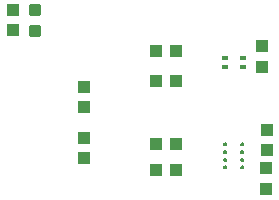
<source format=gbr>
G04 EAGLE Gerber RS-274X export*
G75*
%MOMM*%
%FSLAX34Y34*%
%LPD*%
%INSolderpaste Top*%
%IPPOS*%
%AMOC8*
5,1,8,0,0,1.08239X$1,22.5*%
G01*
%ADD10R,1.080000X1.050000*%
%ADD11R,1.100000X1.000000*%
%ADD12R,1.000000X1.100000*%
%ADD13R,0.600000X0.450000*%
%ADD14C,0.175000*%
%ADD15C,0.300000*%


D10*
X266064Y64720D03*
X266064Y82220D03*
X262492Y135382D03*
X262492Y152882D03*
X266046Y49388D03*
X266046Y31888D03*
D11*
X111268Y75430D03*
X111268Y58430D03*
X111214Y101094D03*
X111214Y118094D03*
D12*
X189094Y48206D03*
X172094Y48206D03*
X189094Y69648D03*
X172094Y69648D03*
X172094Y149084D03*
X189094Y149084D03*
X172094Y123084D03*
X189094Y123084D03*
D13*
X230846Y143238D03*
X245846Y143238D03*
X230846Y135238D03*
X245846Y135238D03*
D14*
X244721Y50288D02*
X244723Y50347D01*
X244729Y50406D01*
X244739Y50464D01*
X244753Y50522D01*
X244770Y50578D01*
X244792Y50633D01*
X244817Y50687D01*
X244846Y50738D01*
X244878Y50788D01*
X244913Y50835D01*
X244952Y50880D01*
X244993Y50922D01*
X245037Y50961D01*
X245084Y50998D01*
X245133Y51031D01*
X245184Y51060D01*
X245237Y51086D01*
X245292Y51109D01*
X245348Y51127D01*
X245405Y51142D01*
X245464Y51153D01*
X245522Y51160D01*
X245581Y51163D01*
X245640Y51162D01*
X245699Y51157D01*
X245758Y51148D01*
X245815Y51135D01*
X245872Y51118D01*
X245927Y51098D01*
X245981Y51074D01*
X246033Y51046D01*
X246084Y51015D01*
X246132Y50980D01*
X246177Y50942D01*
X246220Y50901D01*
X246260Y50858D01*
X246297Y50812D01*
X246331Y50763D01*
X246361Y50713D01*
X246388Y50660D01*
X246411Y50606D01*
X246431Y50550D01*
X246447Y50493D01*
X246459Y50435D01*
X246467Y50377D01*
X246471Y50318D01*
X246471Y50258D01*
X246467Y50199D01*
X246459Y50141D01*
X246447Y50083D01*
X246431Y50026D01*
X246411Y49970D01*
X246388Y49916D01*
X246361Y49863D01*
X246331Y49813D01*
X246297Y49764D01*
X246260Y49718D01*
X246220Y49675D01*
X246177Y49634D01*
X246132Y49596D01*
X246084Y49561D01*
X246034Y49530D01*
X245981Y49502D01*
X245927Y49478D01*
X245872Y49458D01*
X245815Y49441D01*
X245758Y49428D01*
X245699Y49419D01*
X245640Y49414D01*
X245581Y49413D01*
X245522Y49416D01*
X245464Y49423D01*
X245405Y49434D01*
X245348Y49449D01*
X245292Y49467D01*
X245237Y49490D01*
X245184Y49516D01*
X245133Y49545D01*
X245084Y49578D01*
X245037Y49615D01*
X244993Y49654D01*
X244952Y49696D01*
X244913Y49741D01*
X244878Y49788D01*
X244846Y49838D01*
X244817Y49889D01*
X244792Y49943D01*
X244770Y49998D01*
X244753Y50054D01*
X244739Y50112D01*
X244729Y50170D01*
X244723Y50229D01*
X244721Y50288D01*
X244721Y56788D02*
X244723Y56847D01*
X244729Y56906D01*
X244739Y56964D01*
X244753Y57022D01*
X244770Y57078D01*
X244792Y57133D01*
X244817Y57187D01*
X244846Y57238D01*
X244878Y57288D01*
X244913Y57335D01*
X244952Y57380D01*
X244993Y57422D01*
X245037Y57461D01*
X245084Y57498D01*
X245133Y57531D01*
X245184Y57560D01*
X245237Y57586D01*
X245292Y57609D01*
X245348Y57627D01*
X245405Y57642D01*
X245464Y57653D01*
X245522Y57660D01*
X245581Y57663D01*
X245640Y57662D01*
X245699Y57657D01*
X245758Y57648D01*
X245815Y57635D01*
X245872Y57618D01*
X245927Y57598D01*
X245981Y57574D01*
X246033Y57546D01*
X246084Y57515D01*
X246132Y57480D01*
X246177Y57442D01*
X246220Y57401D01*
X246260Y57358D01*
X246297Y57312D01*
X246331Y57263D01*
X246361Y57213D01*
X246388Y57160D01*
X246411Y57106D01*
X246431Y57050D01*
X246447Y56993D01*
X246459Y56935D01*
X246467Y56877D01*
X246471Y56818D01*
X246471Y56758D01*
X246467Y56699D01*
X246459Y56641D01*
X246447Y56583D01*
X246431Y56526D01*
X246411Y56470D01*
X246388Y56416D01*
X246361Y56363D01*
X246331Y56313D01*
X246297Y56264D01*
X246260Y56218D01*
X246220Y56175D01*
X246177Y56134D01*
X246132Y56096D01*
X246084Y56061D01*
X246034Y56030D01*
X245981Y56002D01*
X245927Y55978D01*
X245872Y55958D01*
X245815Y55941D01*
X245758Y55928D01*
X245699Y55919D01*
X245640Y55914D01*
X245581Y55913D01*
X245522Y55916D01*
X245464Y55923D01*
X245405Y55934D01*
X245348Y55949D01*
X245292Y55967D01*
X245237Y55990D01*
X245184Y56016D01*
X245133Y56045D01*
X245084Y56078D01*
X245037Y56115D01*
X244993Y56154D01*
X244952Y56196D01*
X244913Y56241D01*
X244878Y56288D01*
X244846Y56338D01*
X244817Y56389D01*
X244792Y56443D01*
X244770Y56498D01*
X244753Y56554D01*
X244739Y56612D01*
X244729Y56670D01*
X244723Y56729D01*
X244721Y56788D01*
X230221Y50288D02*
X230223Y50347D01*
X230229Y50406D01*
X230239Y50464D01*
X230253Y50522D01*
X230270Y50578D01*
X230292Y50633D01*
X230317Y50687D01*
X230346Y50738D01*
X230378Y50788D01*
X230413Y50835D01*
X230452Y50880D01*
X230493Y50922D01*
X230537Y50961D01*
X230584Y50998D01*
X230633Y51031D01*
X230684Y51060D01*
X230737Y51086D01*
X230792Y51109D01*
X230848Y51127D01*
X230905Y51142D01*
X230964Y51153D01*
X231022Y51160D01*
X231081Y51163D01*
X231140Y51162D01*
X231199Y51157D01*
X231258Y51148D01*
X231315Y51135D01*
X231372Y51118D01*
X231427Y51098D01*
X231481Y51074D01*
X231533Y51046D01*
X231584Y51015D01*
X231632Y50980D01*
X231677Y50942D01*
X231720Y50901D01*
X231760Y50858D01*
X231797Y50812D01*
X231831Y50763D01*
X231861Y50713D01*
X231888Y50660D01*
X231911Y50606D01*
X231931Y50550D01*
X231947Y50493D01*
X231959Y50435D01*
X231967Y50377D01*
X231971Y50318D01*
X231971Y50258D01*
X231967Y50199D01*
X231959Y50141D01*
X231947Y50083D01*
X231931Y50026D01*
X231911Y49970D01*
X231888Y49916D01*
X231861Y49863D01*
X231831Y49813D01*
X231797Y49764D01*
X231760Y49718D01*
X231720Y49675D01*
X231677Y49634D01*
X231632Y49596D01*
X231584Y49561D01*
X231534Y49530D01*
X231481Y49502D01*
X231427Y49478D01*
X231372Y49458D01*
X231315Y49441D01*
X231258Y49428D01*
X231199Y49419D01*
X231140Y49414D01*
X231081Y49413D01*
X231022Y49416D01*
X230964Y49423D01*
X230905Y49434D01*
X230848Y49449D01*
X230792Y49467D01*
X230737Y49490D01*
X230684Y49516D01*
X230633Y49545D01*
X230584Y49578D01*
X230537Y49615D01*
X230493Y49654D01*
X230452Y49696D01*
X230413Y49741D01*
X230378Y49788D01*
X230346Y49838D01*
X230317Y49889D01*
X230292Y49943D01*
X230270Y49998D01*
X230253Y50054D01*
X230239Y50112D01*
X230229Y50170D01*
X230223Y50229D01*
X230221Y50288D01*
X244721Y63288D02*
X244723Y63347D01*
X244729Y63406D01*
X244739Y63464D01*
X244753Y63522D01*
X244770Y63578D01*
X244792Y63633D01*
X244817Y63687D01*
X244846Y63738D01*
X244878Y63788D01*
X244913Y63835D01*
X244952Y63880D01*
X244993Y63922D01*
X245037Y63961D01*
X245084Y63998D01*
X245133Y64031D01*
X245184Y64060D01*
X245237Y64086D01*
X245292Y64109D01*
X245348Y64127D01*
X245405Y64142D01*
X245464Y64153D01*
X245522Y64160D01*
X245581Y64163D01*
X245640Y64162D01*
X245699Y64157D01*
X245758Y64148D01*
X245815Y64135D01*
X245872Y64118D01*
X245927Y64098D01*
X245981Y64074D01*
X246033Y64046D01*
X246084Y64015D01*
X246132Y63980D01*
X246177Y63942D01*
X246220Y63901D01*
X246260Y63858D01*
X246297Y63812D01*
X246331Y63763D01*
X246361Y63713D01*
X246388Y63660D01*
X246411Y63606D01*
X246431Y63550D01*
X246447Y63493D01*
X246459Y63435D01*
X246467Y63377D01*
X246471Y63318D01*
X246471Y63258D01*
X246467Y63199D01*
X246459Y63141D01*
X246447Y63083D01*
X246431Y63026D01*
X246411Y62970D01*
X246388Y62916D01*
X246361Y62863D01*
X246331Y62813D01*
X246297Y62764D01*
X246260Y62718D01*
X246220Y62675D01*
X246177Y62634D01*
X246132Y62596D01*
X246084Y62561D01*
X246034Y62530D01*
X245981Y62502D01*
X245927Y62478D01*
X245872Y62458D01*
X245815Y62441D01*
X245758Y62428D01*
X245699Y62419D01*
X245640Y62414D01*
X245581Y62413D01*
X245522Y62416D01*
X245464Y62423D01*
X245405Y62434D01*
X245348Y62449D01*
X245292Y62467D01*
X245237Y62490D01*
X245184Y62516D01*
X245133Y62545D01*
X245084Y62578D01*
X245037Y62615D01*
X244993Y62654D01*
X244952Y62696D01*
X244913Y62741D01*
X244878Y62788D01*
X244846Y62838D01*
X244817Y62889D01*
X244792Y62943D01*
X244770Y62998D01*
X244753Y63054D01*
X244739Y63112D01*
X244729Y63170D01*
X244723Y63229D01*
X244721Y63288D01*
X230221Y56788D02*
X230223Y56847D01*
X230229Y56906D01*
X230239Y56964D01*
X230253Y57022D01*
X230270Y57078D01*
X230292Y57133D01*
X230317Y57187D01*
X230346Y57238D01*
X230378Y57288D01*
X230413Y57335D01*
X230452Y57380D01*
X230493Y57422D01*
X230537Y57461D01*
X230584Y57498D01*
X230633Y57531D01*
X230684Y57560D01*
X230737Y57586D01*
X230792Y57609D01*
X230848Y57627D01*
X230905Y57642D01*
X230964Y57653D01*
X231022Y57660D01*
X231081Y57663D01*
X231140Y57662D01*
X231199Y57657D01*
X231258Y57648D01*
X231315Y57635D01*
X231372Y57618D01*
X231427Y57598D01*
X231481Y57574D01*
X231533Y57546D01*
X231584Y57515D01*
X231632Y57480D01*
X231677Y57442D01*
X231720Y57401D01*
X231760Y57358D01*
X231797Y57312D01*
X231831Y57263D01*
X231861Y57213D01*
X231888Y57160D01*
X231911Y57106D01*
X231931Y57050D01*
X231947Y56993D01*
X231959Y56935D01*
X231967Y56877D01*
X231971Y56818D01*
X231971Y56758D01*
X231967Y56699D01*
X231959Y56641D01*
X231947Y56583D01*
X231931Y56526D01*
X231911Y56470D01*
X231888Y56416D01*
X231861Y56363D01*
X231831Y56313D01*
X231797Y56264D01*
X231760Y56218D01*
X231720Y56175D01*
X231677Y56134D01*
X231632Y56096D01*
X231584Y56061D01*
X231534Y56030D01*
X231481Y56002D01*
X231427Y55978D01*
X231372Y55958D01*
X231315Y55941D01*
X231258Y55928D01*
X231199Y55919D01*
X231140Y55914D01*
X231081Y55913D01*
X231022Y55916D01*
X230964Y55923D01*
X230905Y55934D01*
X230848Y55949D01*
X230792Y55967D01*
X230737Y55990D01*
X230684Y56016D01*
X230633Y56045D01*
X230584Y56078D01*
X230537Y56115D01*
X230493Y56154D01*
X230452Y56196D01*
X230413Y56241D01*
X230378Y56288D01*
X230346Y56338D01*
X230317Y56389D01*
X230292Y56443D01*
X230270Y56498D01*
X230253Y56554D01*
X230239Y56612D01*
X230229Y56670D01*
X230223Y56729D01*
X230221Y56788D01*
X244721Y69788D02*
X244723Y69847D01*
X244729Y69906D01*
X244739Y69964D01*
X244753Y70022D01*
X244770Y70078D01*
X244792Y70133D01*
X244817Y70187D01*
X244846Y70238D01*
X244878Y70288D01*
X244913Y70335D01*
X244952Y70380D01*
X244993Y70422D01*
X245037Y70461D01*
X245084Y70498D01*
X245133Y70531D01*
X245184Y70560D01*
X245237Y70586D01*
X245292Y70609D01*
X245348Y70627D01*
X245405Y70642D01*
X245464Y70653D01*
X245522Y70660D01*
X245581Y70663D01*
X245640Y70662D01*
X245699Y70657D01*
X245758Y70648D01*
X245815Y70635D01*
X245872Y70618D01*
X245927Y70598D01*
X245981Y70574D01*
X246033Y70546D01*
X246084Y70515D01*
X246132Y70480D01*
X246177Y70442D01*
X246220Y70401D01*
X246260Y70358D01*
X246297Y70312D01*
X246331Y70263D01*
X246361Y70213D01*
X246388Y70160D01*
X246411Y70106D01*
X246431Y70050D01*
X246447Y69993D01*
X246459Y69935D01*
X246467Y69877D01*
X246471Y69818D01*
X246471Y69758D01*
X246467Y69699D01*
X246459Y69641D01*
X246447Y69583D01*
X246431Y69526D01*
X246411Y69470D01*
X246388Y69416D01*
X246361Y69363D01*
X246331Y69313D01*
X246297Y69264D01*
X246260Y69218D01*
X246220Y69175D01*
X246177Y69134D01*
X246132Y69096D01*
X246084Y69061D01*
X246034Y69030D01*
X245981Y69002D01*
X245927Y68978D01*
X245872Y68958D01*
X245815Y68941D01*
X245758Y68928D01*
X245699Y68919D01*
X245640Y68914D01*
X245581Y68913D01*
X245522Y68916D01*
X245464Y68923D01*
X245405Y68934D01*
X245348Y68949D01*
X245292Y68967D01*
X245237Y68990D01*
X245184Y69016D01*
X245133Y69045D01*
X245084Y69078D01*
X245037Y69115D01*
X244993Y69154D01*
X244952Y69196D01*
X244913Y69241D01*
X244878Y69288D01*
X244846Y69338D01*
X244817Y69389D01*
X244792Y69443D01*
X244770Y69498D01*
X244753Y69554D01*
X244739Y69612D01*
X244729Y69670D01*
X244723Y69729D01*
X244721Y69788D01*
X230221Y63288D02*
X230223Y63347D01*
X230229Y63406D01*
X230239Y63464D01*
X230253Y63522D01*
X230270Y63578D01*
X230292Y63633D01*
X230317Y63687D01*
X230346Y63738D01*
X230378Y63788D01*
X230413Y63835D01*
X230452Y63880D01*
X230493Y63922D01*
X230537Y63961D01*
X230584Y63998D01*
X230633Y64031D01*
X230684Y64060D01*
X230737Y64086D01*
X230792Y64109D01*
X230848Y64127D01*
X230905Y64142D01*
X230964Y64153D01*
X231022Y64160D01*
X231081Y64163D01*
X231140Y64162D01*
X231199Y64157D01*
X231258Y64148D01*
X231315Y64135D01*
X231372Y64118D01*
X231427Y64098D01*
X231481Y64074D01*
X231533Y64046D01*
X231584Y64015D01*
X231632Y63980D01*
X231677Y63942D01*
X231720Y63901D01*
X231760Y63858D01*
X231797Y63812D01*
X231831Y63763D01*
X231861Y63713D01*
X231888Y63660D01*
X231911Y63606D01*
X231931Y63550D01*
X231947Y63493D01*
X231959Y63435D01*
X231967Y63377D01*
X231971Y63318D01*
X231971Y63258D01*
X231967Y63199D01*
X231959Y63141D01*
X231947Y63083D01*
X231931Y63026D01*
X231911Y62970D01*
X231888Y62916D01*
X231861Y62863D01*
X231831Y62813D01*
X231797Y62764D01*
X231760Y62718D01*
X231720Y62675D01*
X231677Y62634D01*
X231632Y62596D01*
X231584Y62561D01*
X231534Y62530D01*
X231481Y62502D01*
X231427Y62478D01*
X231372Y62458D01*
X231315Y62441D01*
X231258Y62428D01*
X231199Y62419D01*
X231140Y62414D01*
X231081Y62413D01*
X231022Y62416D01*
X230964Y62423D01*
X230905Y62434D01*
X230848Y62449D01*
X230792Y62467D01*
X230737Y62490D01*
X230684Y62516D01*
X230633Y62545D01*
X230584Y62578D01*
X230537Y62615D01*
X230493Y62654D01*
X230452Y62696D01*
X230413Y62741D01*
X230378Y62788D01*
X230346Y62838D01*
X230317Y62889D01*
X230292Y62943D01*
X230270Y62998D01*
X230253Y63054D01*
X230239Y63112D01*
X230229Y63170D01*
X230223Y63229D01*
X230221Y63288D01*
X230221Y69788D02*
X230223Y69847D01*
X230229Y69906D01*
X230239Y69964D01*
X230253Y70022D01*
X230270Y70078D01*
X230292Y70133D01*
X230317Y70187D01*
X230346Y70238D01*
X230378Y70288D01*
X230413Y70335D01*
X230452Y70380D01*
X230493Y70422D01*
X230537Y70461D01*
X230584Y70498D01*
X230633Y70531D01*
X230684Y70560D01*
X230737Y70586D01*
X230792Y70609D01*
X230848Y70627D01*
X230905Y70642D01*
X230964Y70653D01*
X231022Y70660D01*
X231081Y70663D01*
X231140Y70662D01*
X231199Y70657D01*
X231258Y70648D01*
X231315Y70635D01*
X231372Y70618D01*
X231427Y70598D01*
X231481Y70574D01*
X231533Y70546D01*
X231584Y70515D01*
X231632Y70480D01*
X231677Y70442D01*
X231720Y70401D01*
X231760Y70358D01*
X231797Y70312D01*
X231831Y70263D01*
X231861Y70213D01*
X231888Y70160D01*
X231911Y70106D01*
X231931Y70050D01*
X231947Y69993D01*
X231959Y69935D01*
X231967Y69877D01*
X231971Y69818D01*
X231971Y69758D01*
X231967Y69699D01*
X231959Y69641D01*
X231947Y69583D01*
X231931Y69526D01*
X231911Y69470D01*
X231888Y69416D01*
X231861Y69363D01*
X231831Y69313D01*
X231797Y69264D01*
X231760Y69218D01*
X231720Y69175D01*
X231677Y69134D01*
X231632Y69096D01*
X231584Y69061D01*
X231534Y69030D01*
X231481Y69002D01*
X231427Y68978D01*
X231372Y68958D01*
X231315Y68941D01*
X231258Y68928D01*
X231199Y68919D01*
X231140Y68914D01*
X231081Y68913D01*
X231022Y68916D01*
X230964Y68923D01*
X230905Y68934D01*
X230848Y68949D01*
X230792Y68967D01*
X230737Y68990D01*
X230684Y69016D01*
X230633Y69045D01*
X230584Y69078D01*
X230537Y69115D01*
X230493Y69154D01*
X230452Y69196D01*
X230413Y69241D01*
X230378Y69288D01*
X230346Y69338D01*
X230317Y69389D01*
X230292Y69443D01*
X230270Y69498D01*
X230253Y69554D01*
X230239Y69612D01*
X230229Y69670D01*
X230223Y69729D01*
X230221Y69788D01*
D11*
X51562Y166252D03*
X51562Y183252D03*
D15*
X66350Y169228D02*
X73350Y169228D01*
X73350Y162228D01*
X66350Y162228D01*
X66350Y169228D01*
X66350Y165078D02*
X73350Y165078D01*
X73350Y167928D02*
X66350Y167928D01*
X66350Y186768D02*
X73350Y186768D01*
X73350Y179768D01*
X66350Y179768D01*
X66350Y186768D01*
X66350Y182618D02*
X73350Y182618D01*
X73350Y185468D02*
X66350Y185468D01*
M02*

</source>
